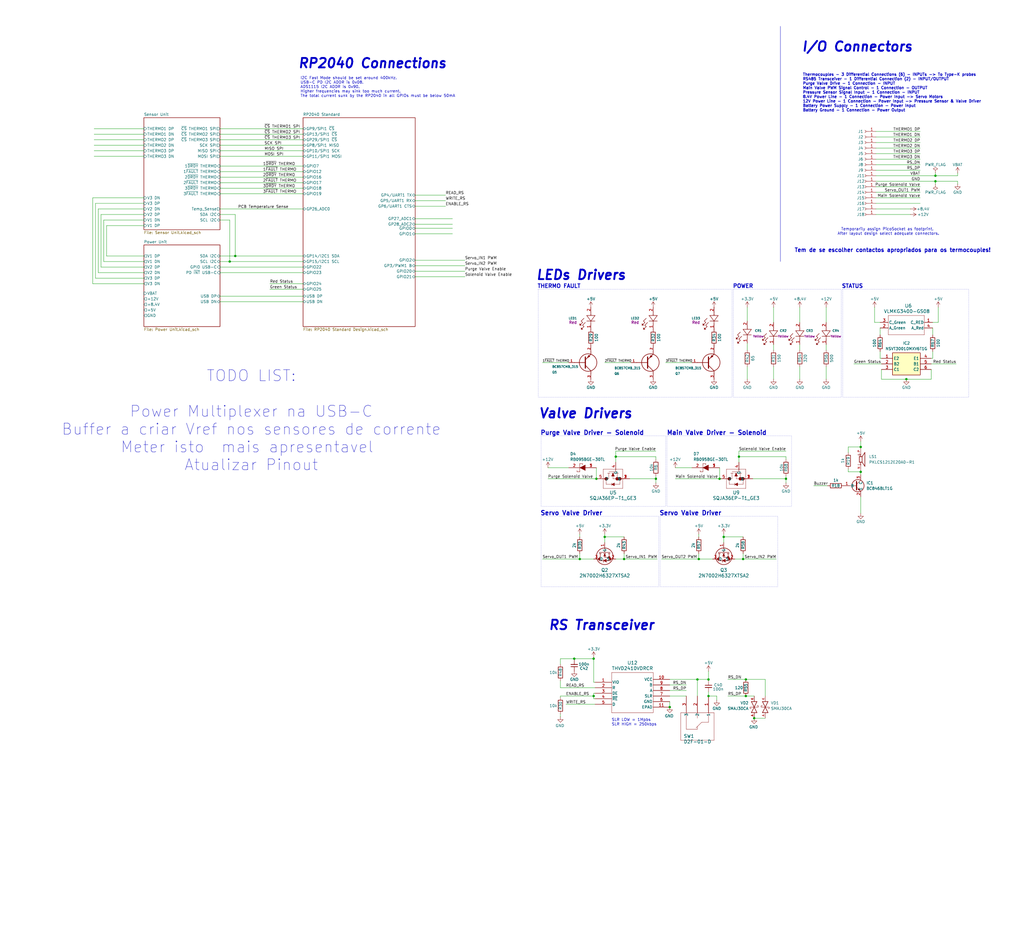
<source format=kicad_sch>
(kicad_sch (version 20250114) (generator "eeschema") (generator_version "9.0")
  (paper "User" 469.9 431.8)
  (title_block (title "Temperature & Valve Control System") (date "2025-02-20") (company "Porto Space Team") (comment 1 "Miguel Amorim") (comment 2 "Miguel Leite") (comment 3 "Rafael Novais") (comment 4 "Teresa Monteiro"))
  (rectangle (start 386.715 132.715) (end 444.5 182.245) (stroke (width 0) (type dot)))
  (rectangle (start 306.07 200.025) (end 363.22 232.41) (stroke (width 0) (type dot)))
  (rectangle (start 302.895 236.855) (end 356.87 269.24) (stroke (width 0) (type dot)))
  (rectangle (start 336.55 132.715) (end 386.08 182.245) (stroke (width 0) (type dot)))
  (rectangle (start 248.285 200.025) (end 305.435 232.41) (stroke (width 0) (type dot)))
  (rectangle (start 247.015 132.715) (end 335.915 182.245) (stroke (width 0) (type dot)))
  (rectangle (start 248.285 236.855) (end 302.26 269.24) (stroke (width 0) (type dot)))
  (text "RS Transceiver" (at 251.46 287.02 0) (effects (font (size 4.318 4.318) (thickness 0.8636) (bold yes) (italic yes)) (justify left)))
  (text "Servo Valve Driver" (at 262.255 235.585 0) (effects (font (size 2.032 2.032) (thickness 0.4064) (bold yes))))
  (text "RP2040 Connections" (at 136.525 29.21 0) (effects (font (size 4.318 4.318) (thickness 0.8636) (bold yes) (italic yes)) (justify left)))
  (text "POWER" (at 340.995 131.445 0) (effects (font (size 1.778 1.778) (thickness 0.3556) (bold yes))))
  (text "I2C Fast Mode should be set around 400kHz.\nUSB-C PD I2C ADDR is 0x08.\nADS1115 I2C ADDR is 0x90.\nHigher frequencies may sink too much current.\nThe total current sunk by the RP2040 in all GPIOs must be below 50mA" (at 137.795 40.005 0) (effects (font (size 1.27 1.27)) (justify left)))
  (text "Tem de se escolher contactos apropriados para os termocouples!" (at 364.49 114.935 0) (effects (font (size 1.778 1.778) (thickness 0.3556) (bold yes)) (justify left)))
  (text "Valve Drivers" (at 247.015 189.865 0) (effects (font (size 4.318 4.318) (thickness 0.8636) (bold yes) (italic yes)) (justify left)))
  (text "Temporarily assign PicoSocket as footprint. \nAfter layout design select adequate connectors.\n " (at 407.67 107.315 0) (effects (font (size 1.27 1.27))))
  (text "LEDs Drivers" (at 245.745 126.365 0) (effects (font (size 4.318 4.318) (thickness 0.8636) (bold yes) (italic yes)) (justify left)))
  (text "SLR LOW = 1Mpbs\nSLR HIGH = 250kbps\n" (at 280.67 331.47 0) (effects (font (size 1.27 1.27)) (justify left)))
  (text "THERMO FAULT" (at 256.54 131.445 0) (effects (font (size 1.778 1.778) (thickness 0.3556) (bold yes))))
  (text "TODO LIST:\n\nPower Multiplexer na USB-C\nBuffer a criar Vref nos sensores de corrente\nMeter isto  mais apresentavel \nAtualizar Pinout" (at 115.316 193.04 0) (effects (font (size 5.08 5.08))))
  (text "Purge Valve Driver - Solenoid" (at 271.78 198.755 0) (effects (font (size 2.032 2.032) (thickness 0.4064) (bold yes))))
  (text "STATUS" (at 391.16 131.445 0) (effects (font (size 1.778 1.778) (thickness 0.3556) (bold yes))))
  (text "Main Valve Driver - Solenoid" (at 328.93 198.755 0) (effects (font (size 2.032 2.032) (thickness 0.4064) (bold yes))))
  (text "Servo Valve Driver" (at 316.865 235.585 0) (effects (font (size 2.032 2.032) (thickness 0.4064) (bold yes))))
  (text "Thermocouples - 3 Differential Connections (6) - INPUTs -> To Type-K probes\nRS485 Transceiver - 1 Differential Connection (2) - INPUT/OUTPUT \nPurge Valve Drive - 1 Connection - INPUT\nMain Valve PWM Signal Control - 1 Connection - OUTPUT\nPressure Sensor Signal Input - 1 Connection - INPUT\n8.4V Power Line - 1 Connection - Power Input -> Servo Motors\n12V Power Line - 1 Connection - Power Input -> Pressure Sensor & Valve Driver\nBattery Power Supply - 1 Connection - Power Input\nBattery Ground - 1 Connection - Power Output" (at 368.3 42.545 0) (effects (font (size 1.27 1.27) (thickness 0.254) (bold yes)) (justify left)))
  (text "I/O Connectors" (at 367.665 21.59 0) (effects (font (size 4.318 4.318) (thickness 0.8636) (bold yes) (italic yes)) (justify left)))
  (junction (at 272.415 319.405))
  (junction (at 300.99 219.71))
  (junction (at 273.685 219.71))
  (junction (at 394.97 205.105))
  (junction (at 429.26 83.185))
  (junction (at 105.41 120.015))
  (junction (at 325.12 319.405))
  (junction (at 360.68 219.71))
  (junction (at 320.675 256.54))
  (junction (at 277.495 246.38))
  (junction (at 325.12 311.785))
  (junction (at 263.525 302.26))
  (junction (at 320.04 311.785))
  (junction (at 429.26 80.645))
  (junction (at 394.97 216.535))
  (junction (at 339.09 209.55))
  (junction (at 415.925 173.99))
  (junction (at 332.105 246.38))
  (junction (at 330.2 219.71))
  (junction (at 286.385 256.54))
  (junction (at 282.575 209.55))
  (junction (at 346.075 329.565))
  (junction (at 272.415 302.26))
  (junction (at 342.265 319.405))
  (junction (at 307.34 324.485))
  (junction (at 342.265 311.785))
  (junction (at 266.065 256.54))
  (junction (at 340.995 256.54))
  (junction (at 107.95 117.475))
  (wire (pts (xy 401.955 90.805) (xy 422.275 90.805)))
  (wire (pts (xy 346.075 329.565) (xy 351.155 329.565)))
  (wire (pts (xy 100.965 122.555) (xy 139.065 122.555)))
  (wire (pts (xy 401.32 147.955) (xy 403.86 147.955)))
  (wire (pts (xy 272.415 313.055) (xy 273.05 313.055)))
  (wire (pts (xy 389.255 215.265) (xy 389.255 216.535)))
  (wire (pts (xy 277.495 246.38) (xy 277.495 248.92)))
  (wire (pts (xy 391.795 167.005) (xy 404.495 167.005)))
  (wire (pts (xy 360.68 207.01) (xy 339.09 207.01)))
  (wire (pts (xy 277.495 246.38) (xy 286.385 246.38)))
  (wire (pts (xy 100.965 100.965) (xy 105.41 100.965)))
  (wire (pts (xy 389.255 207.645) (xy 389.255 205.105)))
  (wire (pts (xy 100.965 69.215) (xy 139.065 69.215)))
  (wire (pts (xy 207.645 104.775) (xy 190.5 104.775)))
  (wire (pts (xy 263.525 302.26) (xy 263.525 302.895)))
  (wire (pts (xy 107.95 117.475) (xy 139.065 117.475)))
  (wire (pts (xy 307.34 311.785) (xy 320.04 311.785)))
  (wire (pts (xy 43.815 93.345) (xy 66.04 93.345)))
  (wire (pts (xy 403.86 150.495) (xy 403.86 153.67)))
  (wire (pts (xy 100.965 61.595) (xy 139.065 61.595)))
  (wire (pts (xy 300.99 218.44) (xy 300.99 219.71)))
  (wire (pts (xy 401.955 93.345) (xy 422.275 93.345)))
  (wire (pts (xy 401.955 88.265) (xy 422.275 88.265)))
  (wire (pts (xy 427.355 167.005) (xy 438.785 167.005)))
  (wire (pts (xy 66.04 103.505) (xy 48.895 103.505)))
  (wire (pts (xy 282.575 209.55) (xy 282.575 212.09)))
  (wire (pts (xy 430.53 140.97) (xy 430.53 147.955)))
  (wire (pts (xy 263.525 302.26) (xy 272.415 302.26)))
  (wire (pts (xy 100.965 64.135) (xy 139.065 64.135)))
  (wire (pts (xy 303.53 256.54) (xy 320.675 256.54)))
  (wire (pts (xy 46.355 98.425) (xy 66.04 98.425)))
  (wire (pts (xy 66.04 122.555) (xy 46.355 122.555)))
  (wire (pts (xy 403.86 164.465) (xy 404.495 164.465)))
  (wire (pts (xy 47.625 120.015) (xy 47.625 100.965)))
  (wire (pts (xy 334.01 319.405) (xy 342.265 319.405)))
  (wire (pts (xy 320.675 256.54) (xy 327.025 256.54)))
  (wire (pts (xy 360.68 219.71) (xy 360.68 221.615)))
  (wire (pts (xy 342.9 157.48) (xy 342.9 160.655)))
  (wire (pts (xy 100.965 135.89) (xy 139.065 135.89)))
  (wire (pts (xy 286.385 254) (xy 286.385 256.54)))
  (wire (pts (xy 282.575 209.55) (xy 300.99 209.55)))
  (wire (pts (xy 404.495 173.99) (xy 415.925 173.99)))
  (wire (pts (xy 286.385 256.54) (xy 301.625 256.54)))
  (wire (pts (xy 100.965 117.475) (xy 107.95 117.475)))
  (wire (pts (xy 100.965 98.425) (xy 107.95 98.425)))
  (wire (pts (xy 307.34 316.865) (xy 314.96 316.865)))
  (wire (pts (xy 66.04 90.805) (xy 42.545 90.805)))
  (wire (pts (xy 389.255 216.535) (xy 394.97 216.535)))
  (wire (pts (xy 345.44 219.71) (xy 360.68 219.71)))
  (wire (pts (xy 272.415 318.135) (xy 273.05 318.135)))
  (wire (pts (xy 266.065 254) (xy 266.065 256.54)))
  (wire (pts (xy 43.18 59.055) (xy 66.04 59.055)))
  (wire (pts (xy 337.185 256.54) (xy 340.995 256.54)))
  (wire (pts (xy 300.99 209.55) (xy 300.99 210.82)))
  (wire (pts (xy 394.97 215.9) (xy 394.97 216.535)))
  (wire (pts (xy 190.5 119.38) (xy 213.36 119.38)))
  (wire (pts (xy 401.955 98.425) (xy 417.83 98.425)))
  (wire (pts (xy 257.175 320.04) (xy 257.175 319.405)))
  (wire (pts (xy 100.965 83.82) (xy 139.065 83.82)))
  (wire (pts (xy 354.965 158.115) (xy 354.965 160.655)))
  (wire (pts (xy 272.415 302.26) (xy 272.415 313.055)))
  (wire (pts (xy 394.97 205.105) (xy 394.97 205.74)))
  (wire (pts (xy 427.99 150.495) (xy 427.99 153.67)))
  (wire (pts (xy 427.99 161.29) (xy 427.99 164.465)))
  (wire (pts (xy 422.275 60.325) (xy 401.955 60.325)))
  (wire (pts (xy 342.9 168.275) (xy 342.9 173.99)))
  (wire (pts (xy 309.88 219.71) (xy 330.2 219.71)))
  (wire (pts (xy 288.925 219.71) (xy 300.99 219.71)))
  (wire (pts (xy 354.965 140.97) (xy 354.965 147.955)))
  (wire (pts (xy 277.495 166.37) (xy 289.56 166.37)))
  (wire (pts (xy 46.355 122.555) (xy 46.355 98.425)))
  (wire (pts (xy 328.93 319.405) (xy 328.93 321.31)))
  (wire (pts (xy 43.18 64.135) (xy 66.04 64.135)))
  (wire (pts (xy 259.715 323.215) (xy 273.05 323.215)))
  (wire (pts (xy 213.36 121.92) (xy 190.5 121.92)))
  (wire (pts (xy 325.12 307.975) (xy 325.12 311.785)))
  (wire (pts (xy 282.575 256.54) (xy 286.385 256.54)))
  (wire (pts (xy 427.355 164.465) (xy 427.99 164.465)))
  (wire (pts (xy 277.495 245.11) (xy 277.495 246.38)))
  (wire (pts (xy 401.955 75.565) (xy 422.275 75.565)))
  (wire (pts (xy 100.965 95.885) (xy 139.065 95.885)))
  (wire (pts (xy 257.175 315.595) (xy 273.05 315.595)))
  (wire (pts (xy 100.965 78.74) (xy 139.065 78.74)))
  (wire (pts (xy 305.435 166.37) (xy 317.5 166.37)))
  (wire (pts (xy 100.965 66.675) (xy 139.065 66.675)))
  (wire (pts (xy 415.925 173.99) (xy 427.355 173.99)))
  (wire (pts (xy 45.085 125.095) (xy 45.085 95.885)))
  (wire (pts (xy 422.275 67.945) (xy 401.955 67.945)))
  (wire (pts (xy 439.42 79.375) (xy 439.42 80.645)))
  (wire (pts (xy 100.965 88.9) (xy 139.065 88.9)))
  (wire (pts (xy 43.18 61.595) (xy 66.04 61.595)))
  (wire (pts (xy 339.09 207.01) (xy 339.09 209.55)))
  (wire (pts (xy 320.675 245.11) (xy 320.675 246.38)))
  (wire (pts (xy 429.26 83.185) (xy 429.26 84.455)))
  (wire (pts (xy 139.065 132.715) (xy 123.825 132.715)))
  (wire (pts (xy 330.2 219.71) (xy 330.2 214.63)))
  (wire (pts (xy 354.965 168.275) (xy 354.965 173.99)))
  (wire (pts (xy 394.97 216.535) (xy 394.97 217.805)))
  (wire (pts (xy 379.095 173.99) (xy 379.095 168.275)))
  (wire (pts (xy 251.46 214.63) (xy 260.985 214.63)))
  (wire (pts (xy 427.355 173.99) (xy 427.355 169.545)))
  (wire (pts (xy 320.04 311.785) (xy 325.12 311.785)))
  (wire (pts (xy 320.04 311.785) (xy 320.04 319.405)))
  (wire (pts (xy 190.5 92.075) (xy 204.47 92.075)))
  (wire (pts (xy 325.12 319.405) (xy 328.93 319.405)))
  (wire (pts (xy 257.175 302.26) (xy 257.175 304.8)))
  (wire (pts (xy 394.97 227.965) (xy 394.97 235.585)))
  (wire (pts (xy 342.9 140.97) (xy 342.9 147.32)))
  (wire (pts (xy 190.5 100.33) (xy 207.645 100.33)))
  (wire (pts (xy 334.01 311.785) (xy 342.265 311.785)))
  (wire (pts (xy 307.34 319.405) (xy 314.96 319.405)))
  (wire (pts (xy 360.68 209.55) (xy 360.68 210.82)))
  (wire (pts (xy 107.95 98.425) (xy 107.95 117.475)))
  (wire (pts (xy 272.415 301.625) (xy 272.415 302.26)))
  (wire (pts (xy 403.86 161.29) (xy 403.86 164.465)))
  (wire (pts (xy 272.415 318.135) (xy 272.415 319.405)))
  (wire (pts (xy 367.03 158.115) (xy 367.03 160.655)))
  (wire (pts (xy 332.105 245.11) (xy 332.105 246.38)))
  (wire (pts (xy 401.955 85.725) (xy 422.275 85.725)))
  (wire (pts (xy 379.095 158.115) (xy 379.095 160.655)))
  (wire (pts (xy 213.36 124.46) (xy 190.5 124.46)))
  (wire (pts (xy 100.965 81.28) (xy 139.065 81.28)))
  (wire (pts (xy 272.415 319.405) (xy 272.415 320.675)))
  (wire (pts (xy 100.965 138.43) (xy 139.065 138.43)))
  (wire (pts (xy 401.955 78.105) (xy 422.275 78.105)))
  (wire (pts (xy 100.965 71.755) (xy 139.065 71.755)))
  (wire (pts (xy 105.41 120.015) (xy 139.065 120.015)))
  (wire (pts (xy 282.575 207.01) (xy 282.575 209.55)))
  (wire (pts (xy 105.41 100.965) (xy 105.41 120.015)))
  (wire (pts (xy 43.18 69.215) (xy 66.04 69.215)))
  (wire (pts (xy 251.46 219.71) (xy 273.685 219.71)))
  (wire (pts (xy 213.36 127) (xy 190.5 127)))
  (wire (pts (xy 139.065 130.175) (xy 123.825 130.175)))
  (wire (pts (xy 100.965 59.055) (xy 139.065 59.055)))
  (wire (pts (xy 257.175 327.66) (xy 257.175 328.93)))
  (wire (pts (xy 340.995 256.54) (xy 356.235 256.54)))
  (wire (pts (xy 309.88 214.63) (xy 317.5 214.63)))
  (wire (pts (xy 367.03 168.275) (xy 367.03 173.99)))
  (wire (pts (xy 257.175 319.405) (xy 272.415 319.405)))
  (wire (pts (xy 339.09 209.55) (xy 339.09 212.09)))
  (wire (pts (xy 66.04 125.095) (xy 45.085 125.095)))
  (wire (pts (xy 342.265 319.405) (xy 346.075 319.405)))
  (wire (pts (xy 379.095 140.97) (xy 379.095 147.955)))
  (wire (pts (xy 43.18 71.755) (xy 66.04 71.755)))
  (wire (pts (xy 43.18 66.675) (xy 66.04 66.675)))
  (wire (pts (xy 300.99 207.01) (xy 282.575 207.01)))
  (wire (pts (xy 367.03 140.97) (xy 367.03 147.955)))
  (wire (pts (xy 325.12 311.785) (xy 325.12 312.42)))
  (wire (pts (xy 422.275 62.865) (xy 401.955 62.865)))
  (wire (pts (xy 100.965 125.095) (xy 139.065 125.095)))
  (wire (pts (xy 401.955 80.645) (xy 429.26 80.645)))
  (wire (pts (xy 360.68 218.44) (xy 360.68 219.71)))
  (wire (pts (xy 429.26 80.645) (xy 439.42 80.645)))
  (wire (pts (xy 190.5 102.87) (xy 207.645 102.87)))
  (wire (pts (xy 190.5 107.315) (xy 207.645 107.315)))
  (wire (pts (xy 100.965 120.015) (xy 105.41 120.015)))
  (wire (pts (xy 48.895 117.475) (xy 66.04 117.475)))
  (wire (pts (xy 422.275 65.405) (xy 401.955 65.405)))
  (wire (pts (xy 100.965 86.36) (xy 139.065 86.36)))
  (wire (pts (xy 300.99 219.71) (xy 300.99 221.615)))
  (wire (pts (xy 401.32 140.97) (xy 401.32 147.955)))
  (wire (pts (xy 266.065 245.11) (xy 266.065 246.38)))
  (wire (pts (xy 45.085 95.885) (xy 66.04 95.885)))
  (wire (pts (xy 307.34 321.945) (xy 307.34 324.485)))
  (wire (pts (xy 257.175 312.42) (xy 257.175 315.595)))
  (wire (pts (xy 429.26 83.185) (xy 439.42 83.185)))
  (wire (pts (xy 340.995 254) (xy 340.995 256.54)))
  (wire (pts (xy 373.38 222.885) (xy 379.73 222.885)))
  (wire (pts (xy 47.625 100.965) (xy 66.04 100.965)))
  (wire (pts (xy 190.5 89.535) (xy 204.47 89.535)))
  (wire (pts (xy 248.92 256.54) (xy 266.065 256.54)))
  (polyline (pts (xy 358.14 12.065) (xy 358.14 120.015)))
  (wire (pts (xy 394.97 202.565) (xy 394.97 205.105)))
  (wire (pts (xy 42.545 130.175) (xy 66.04 130.175)))
  (wire (pts (xy 273.685 219.71) (xy 273.685 214.63)))
  (wire (pts (xy 248.92 166.37) (xy 260.985 166.37)))
  (wire (pts (xy 272.415 320.675) (xy 273.05 320.675)))
  (wire (pts (xy 325.12 317.5) (xy 325.12 319.405)))
  (wire (pts (xy 422.275 73.025) (xy 401.955 73.025)))
  (wire (pts (xy 48.895 103.505) (xy 48.895 117.475)))
  (wire (pts (xy 66.04 120.015) (xy 47.625 120.015)))
  (wire (pts (xy 401.955 83.185) (xy 429.26 83.185)))
  (wire (pts (xy 332.105 246.38) (xy 332.105 248.92)))
  (wire (pts (xy 204.47 94.615) (xy 190.5 94.615)))
  (wire (pts (xy 307.34 314.325) (xy 314.96 314.325)))
  (wire (pts (xy 351.155 311.785) (xy 351.155 319.405)))
  (wire (pts (xy 266.065 256.54) (xy 272.415 256.54)))
  (wire (pts (xy 42.545 90.805) (xy 42.545 130.175)))
  (wire (pts (xy 43.815 127.635) (xy 43.815 93.345)))
  (wire (pts (xy 389.255 205.105) (xy 394.97 205.105)))
  (wire (pts (xy 401.955 70.485) (xy 422.275 70.485)))
  (wire (pts (xy 439.42 83.185) (xy 439.42 84.455)))
  (wire (pts (xy 401.955 95.885) (xy 417.83 95.885)))
  (wire (pts (xy 342.265 311.785) (xy 351.155 311.785)))
  (wire (pts (xy 429.26 79.375) (xy 429.26 80.645)))
  (wire (pts (xy 427.99 147.955) (xy 430.53 147.955)))
  (wire (pts (xy 257.175 302.26) (xy 263.525 302.26)))
  (wire (pts (xy 404.495 169.545) (xy 404.495 173.99)))
  (wire (pts (xy 339.09 209.55) (xy 360.68 209.55)))
  (wire (pts (xy 100.965 76.2) (xy 139.065 76.2)))
  (wire (pts (xy 320.675 254) (xy 320.675 256.54)))
  (wire (pts (xy 332.105 246.38) (xy 340.995 246.38)))
  (wire (pts (xy 66.04 127.635) (xy 43.815 127.635)))
  (label "Red Status" (at 123.825 130.175 0))
  (label "3~{DRDY} THERMO" (at 120.65 86.36 0))
  (label "ENABLE_RS" (at 259.715 319.405 0))
  (label "RS_DN" (at 334.01 311.785 0))
  (label "Servo_IN1 PWM" (at 301.625 256.54 180))
  (label "Servo_OUT1 PWM" (at 422.275 88.265 180))
  (label "Main Solenoid Valve" (at 309.88 219.71 0))
  (label "Servo_OUT1 PWM" (at 248.92 256.54 0))
  (label "WRITE_RS" (at 259.715 323.215 0))
  (label "THERMO1 DP" (at 422.275 60.325 180))
  (label "~{CS} THERMO2 SPI" (at 121.285 61.595 0))
  (label "PCB Temperature Sense" (at 109.22 95.885 0))
  (label "Purge Solenoid Valve" (at 422.275 85.725 180))
  (label "Solenoid Valve Enable" (at 213.36 127 0))
  (label "MOSI SPI" (at 121.285 71.755 0))
  (label "~{CS} THERMO3 SPI" (at 121.285 64.135 0))
  (label "RS_DN" (at 314.96 314.325 180))
  (label "RS_DP" (at 314.96 316.865 180))
  (label "READ_RS" (at 259.715 315.595 0))
  (label "Main Solenoid Valve" (at 422.275 90.805 180))
  (label "RS_DN" (at 422.275 75.565 180))
  (label "Solenoid Valve Enable" (at 360.68 207.01 180))
  (label "RS_DP" (at 334.01 319.405 0))
  (label "3~{FAULT} THERMO" (at 120.65 88.9 0))
  (label "THERMO2 DP" (at 422.275 65.405 180))
  (label "MISO SPI" (at 121.285 69.215 0))
  (label "Purge Solenoid Valve" (at 251.46 219.71 0))
  (label "SCK SPI" (at 121.285 66.675 0))
  (label "READ_RS" (at 204.47 89.535 0))
  (label "Purge Valve Enable" (at 213.36 124.46 0))
  (label "THERMO3 DN" (at 422.275 73.025 180))
  (label "Purge Valve Enable" (at 300.99 207.01 180))
  (label "ENABLE_RS" (at 204.47 94.615 0))
  (label "Red Status" (at 438.785 167.005 180))
  (label "Servo_IN2 PWM" (at 213.36 121.92 0))
  (label "Servo_IN2 PWM" (at 356.235 256.54 180))
  (label "Green Status" (at 123.825 132.715 0))
  (label "Servo_IN1 PWM" (at 213.36 119.38 0))
  (label "2~{DRDY} THERMO" (at 120.65 81.28 0))
  (label "1~{DRDY} THERMO" (at 120.65 76.2 0))
  (label "Servo_OUT2 PWM" (at 303.53 256.54 0))
  (label "GND" (at 422.275 83.185 180))
  (label "THERMO3 DP" (at 422.275 70.485 180))
  (label "Green Status" (at 391.795 167.005 0))
  (label "~{CS} THERMO1 SPI" (at 121.285 59.055 0))
  (label "VBAT" (at 422.275 80.645 180))
  (label "WRITE_RS" (at 204.47 92.075 0))
  (label "1~{FAULT} THERMO" (at 248.92 166.37 0) (effects (font (size 1.016 1.016))))
  (label "2~{FAULT} THERMO" (at 277.495 166.37 0) (effects (font (size 1.016 1.016))))
  (label "RS_DP" (at 422.275 78.105 180))
  (label "2~{FAULT} THERMO" (at 120.65 83.82 0))
  (label "Buzzer" (at 373.38 222.885 0))
  (label "THERMO1 DN" (at 422.275 62.865 180))
  (label "3~{FAULT} THERMO" (at 305.435 166.37 0) (effects (font (size 1.016 1.016))))
  (label "1~{FAULT} THERMO" (at 120.65 78.74 0))
  (label "THERMO2 DN" (at 422.275 67.945 180))
  (symbol (lib_id "VLMS1500-GS08:VLMS1500-GS08") (at 271.145 140.97 90) (mirror x) (unit 1)
    (property "Reference" "LED1" (at 264.795 146.0499 90) (effects (font (size 1.016 1.016)) (justify left)))
    (property "Value" "VLMS1500-GS08" (effects (hide yes)))
    (property "Footprint" "LED-Red_VLMS1500-GS08:LED_00-GS08_VIS_RED" (effects (hide yes)))
    (property "Datasheet" "VLMS1500-GS08" (effects (hide yes)))
    (property "Description" "Red" (at 262.89 147.955 90))
  )
  (symbol (lib_id "power:GND") (at 299.72 173.99 0) (unit 1)
    (property "Reference" "#PWR0112" (effects (hide yes)))
    (property "Value" "GND" (at 299.72 177.8 0))
    (property "Description" "Power symbol creates a global label with name \"GND\" , ground" (effects (hide yes)))
  )
  (symbol (lib_id "power:GND") (at 354.965 173.99 0) (unit 1)
    (property "Reference" "#PWR080" (effects (hide yes)))
    (property "Value" "GND" (at 354.965 177.8 0))
    (property "Description" "Power symbol creates a global label with name \"GND\" , ground" (effects (hide yes)))
  )
  (symbol (lib_id "Device:R") (at 342.265 315.595 0) (unit 1)
    (property "Reference" "R55" (at 342.265 317.5 90) (effects (justify left)))
    (property "Value" "120" (at 337.185 315.595 0) (effects (justify left)))
    (property "Footprint" "Resistor-0603:RES_0603" (effects (hide yes)))
    (property "Description" "Resistor" (effects (hide yes)))
  )
  (symbol (lib_id "PKLCS1212E20A0-R1:PKLCS1212E20A0-R1") (at 394.97 210.82 0) (unit 1)
    (property "Reference" "LS1" (at 398.78 209.5499 0) (effects (justify left)))
    (property "Value" "PKLCS1212E20A0-R1" (at 398.78 212.0899 0) (effects (justify left)))
    (property "Footprint" "PKLCS1212E20A0-R1:PKLCS1212E20A0-R1" (effects (hide yes)))
    (property "MF" "Murata" (effects (hide yes)))
    (property "MAXIMUM_PACKAGE_HEIGHT" "3.0 mm" (effects (hide yes)))
    (property "Package" "SMD-2 Murata" (effects (hide yes)))
    (property "Price" "None" (effects (hide yes)))
    (property "Check_prices" "https://www.snapeda.com/parts/PKLCS1212E20A0-R1/Murata/view-part/?ref=eda" (effects (hide yes)))
    (property "STANDARD" "Manufacturer Recommendations" (effects (hide yes)))
    (property "PARTREV" "January 22, 2018" (effects (hide yes)))
    (property "SnapEDA_Link" "https://www.snapeda.com/parts/PKLCS1212E20A0-R1/Murata/view-part/?ref=snap" (effects (hide yes)))
    (property "MP" "PKLCS1212E20A0-R1" (effects (hide yes)))
    (property "Description_1" "Buzzers Transducer, Externally Driven Piezo 1.5 V - 2kHz 70dB @ 1.5V, 10cm Surface Mount Solder Pads" (effects (hide yes)))
    (property "Availability" "In Stock" (effects (hide yes)))
    (property "MANUFACTURER" "Murata Electronics" (effects (hide yes)))
  )
  (symbol (lib_id "power:+5V") (at 325.12 307.975 0) (unit 1)
    (property "Reference" "#PWR032" (effects (hide yes)))
    (property "Value" "+5V" (at 325.12 304.165 0))
    (property "Description" "Power symbol creates a global label with name \"+5V\"" (effects (hide yes)))
  )
  (symbol (lib_id "power:PWR_FLAG") (at 429.26 84.455 180) (unit 1)
    (property "Reference" "#FLG03" (effects (hide yes)))
    (property "Value" "PWR_FLAG" (at 429.26 88.265 0))
    (property "Description" "Special symbol for telling ERC where power comes from" (effects (hide yes)))
  )
  (symbol (lib_id "power:GND") (at 346.075 329.565 0) (unit 1)
    (property "Reference" "#PWR038" (effects (hide yes)))
    (property "Value" "GND" (at 345.821 333.629 0))
    (property "Description" "Power symbol creates a global label with name \"GND\" , ground" (effects (hide yes)))
  )
  (symbol (lib_id "power:GND") (at 307.34 324.485 0) (unit 1)
    (property "Reference" "#PWR031" (effects (hide yes)))
    (property "Value" "GND" (at 307.086 328.549 0))
    (property "Description" "Power symbol creates a global label with name \"GND\" , ground" (effects (hide yes)))
  )
  (symbol (lib_id "power:+3.3V") (at 277.495 245.11 0) (unit 1)
    (property "Reference" "#PWR090" (effects (hide yes)))
    (property "Value" "+3.3V" (at 277.495 241.3 0))
    (property "Description" "Power symbol creates a global label with name \"+3.3V\"" (effects (hide yes)))
  )
  (symbol (lib_id "power:PWR_FLAG") (at 429.26 79.375 0) (unit 1)
    (property "Reference" "#FLG01" (effects (hide yes)))
    (property "Value" "PWR_FLAG" (at 429.26 75.565 0))
    (property "Description" "Special symbol for telling ERC where power comes from" (effects (hide yes)))
  )
  (symbol (lib_id "power:+3.3V") (at 342.9 140.97 0) (unit 1)
    (property "Reference" "#PWR0103" (effects (hide yes)))
    (property "Value" "+3.3V" (at 342.9 137.16 0))
    (property "Description" "Power symbol creates a global label with name \"+3.3V\"" (effects (hide yes)))
  )
  (symbol (lib_id "Device:R") (at 299.72 154.94 180) (unit 1)
    (property "Reference" "R32" (at 299.72 156.845 90) (effects (justify right)))
    (property "Value" "100" (at 302.26 156.845 90) (effects (justify right)))
    (property "Footprint" "Resistor-0402:RES_0402" (effects (hide yes)))
    (property "Description" "Resistor" (effects (hide yes)))
  )
  (symbol (lib_id "Connector:Conn_01x01_Socket") (at 396.875 98.425 180) (unit 1)
    (property "Reference" "J18" (at 394.97 98.425 0))
    (property "Value" "Conn_01x01_Socket" (effects (hide yes)))
    (property "Footprint" "Pico_Conn1x1:Pico_01pin" (effects (hide yes)))
    (property "Description" "Generic connector, single row, 01x01, script generated" (effects (hide yes)))
  )
  (symbol (lib_id "Device:R") (at 266.065 250.19 0) (unit 1)
    (property "Reference" "R35" (at 266.065 252.095 90) (effects (justify left)))
    (property "Value" "2k" (at 263.525 251.46 90) (effects (justify left)))
    (property "Footprint" "Resistor-0402:RES_0402" (effects (hide yes)))
    (property "Description" "Resistor" (effects (hide yes)))
  )
  (symbol (lib_id "Device:R") (at 403.86 157.48 0) (unit 1)
    (property "Reference" "R64" (at 403.86 155.575 90) (effects (justify right)))
    (property "Value" "100" (at 401.32 155.575 90) (effects (justify right)))
    (property "Footprint" "Resistor-0402:RES_0402" (effects (hide yes)))
    (property "Description" "Resistor" (effects (hide yes)))
  )
  (symbol (lib_id "Device:R") (at 383.54 222.885 270) (unit 1)
    (property "Reference" "R18" (at 385.445 222.885 90) (effects (justify right)))
    (property "Value" "1k" (at 384.81 220.345 90) (effects (justify right)))
    (property "Footprint" "Resistor-0402:RES_0402" (effects (hide yes)))
    (property "Description" "Resistor" (effects (hide yes)))
  )
  (symbol (lib_id "Connector:Conn_01x01_Socket") (at 396.875 70.485 180) (unit 1)
    (property "Reference" "J5" (at 394.97 70.485 0))
    (property "Value" "Conn_01x01_Socket" (effects (hide yes)))
    (property "Footprint" "Pico_Conn1x1:Pico_01pin" (effects (hide yes)))
    (property "Description" "Generic connector, single row, 01x01, script generated" (effects (hide yes)))
  )
  (symbol (lib_id "power:GND") (at 415.925 173.99 0) (unit 1)
    (property "Reference" "#PWR0129" (effects (hide yes)))
    (property "Value" "GND" (at 415.925 177.8 0))
    (property "Description" "Power symbol creates a global label with name \"GND\" , ground" (effects (hide yes)))
  )
  (symbol (lib_id "power:+5V") (at 271.145 140.97 0) (unit 1)
    (property "Reference" "#PWR039" (effects (hide yes)))
    (property "Value" "+5V" (at 271.145 137.16 0))
    (property "Description" "Power symbol creates a global label with name \"+5V\"" (effects (hide yes)))
  )
  (symbol (lib_id "BC857CMB_315:BC857CMB_315") (at 299.72 166.37 0) (mirror x) (unit 1)
    (property "Reference" "Q6" (at 281.94 171.45 0) (effects (font (size 1.016 1.016)) (justify left)))
    (property "Value" "BC857CMB_315" (at 281.94 168.91 0) (effects (font (size 1.016 1.016)) (justify left)))
    (property "Footprint" "PNP_BC857CMB_315:TRANS_PMZB550UNEYL" (effects (hide yes)))
  )
  (symbol (lib_id "Device:R") (at 379.095 164.465 180) (unit 1)
    (property "Reference" "R56" (at 379.095 166.37 90) (effects (justify right)))
    (property "Value" "500" (at 381.635 166.37 90) (effects (justify right)))
    (property "Footprint" "Resistor-0402:RES_0402" (effects (hide yes)))
    (property "Description" "Resistor" (effects (hide yes)))
  )
  (symbol (lib_id "Connector:Conn_01x01_Socket") (at 396.875 88.265 180) (unit 1)
    (property "Reference" "J14" (at 394.97 88.265 0))
    (property "Value" "Conn_01x01_Socket" (effects (hide yes)))
    (property "Footprint" "Pico_Conn1x1:Pico_01pin" (effects (hide yes)))
    (property "Description" "Generic connector, single row, 01x01, script generated" (effects (hide yes)))
  )
  (symbol (lib_id "power:+24V") (at 417.83 95.885 270) (unit 1)
    (property "Reference" "#PWR072" (effects (hide yes)))
    (property "Value" "+8.4V" (at 423.545 95.885 90))
    (property "Description" "Power symbol creates a global label with name \"+24V\"" (effects (hide yes)))
  )
  (symbol (lib_id "Device:R") (at 342.9 164.465 180) (unit 1)
    (property "Reference" "R42" (at 342.9 166.37 90) (effects (justify right)))
    (property "Value" "65" (at 345.44 165.735 90) (effects (justify right)))
    (property "Footprint" "Resistor-0402:RES_0402" (effects (hide yes)))
    (property "Description" "Resistor" (effects (hide yes)))
  )
  (symbol (lib_id "BC846BLT1G:BC846BLT1G") (at 387.35 222.885 0) (unit 1)
    (property "Reference" "IC1" (at 397.51 221.6149 0) (effects (justify left)))
    (property "Value" "BC846BLT1G" (at 397.51 224.1549 0) (effects (justify left)))
    (property "Footprint" "BJT NPN:SOT96P237X111-3N" (effects (hide yes)))
    (property "Datasheet" "https://www.onsemi.com/pub/Collateral/BC846ALT1-D.PDF" (effects (hide yes)))
    (property "Description" "Moisture Sensitivity Level: 1; ESD Rating - Human Body Model: >4000 V ESD Rating - Machine Model: >400 V; Pb-Free Packages are Available; S Prefix for Automotive and Other Applications Requiring Unique Site and Control Change Requirements; AEC-Q101 Qualified and PPAP Capable" (effects (hide yes)))
    (property "Height" "1.11" (effects (hide yes)))
    (property "Mouser Part Number" "863-BC846BLT1G" (effects (hide yes)))
    (property "Mouser Price/Stock" "https://www.mouser.co.uk/ProductDetail/onsemi/BC846BLT1G?qs=vNc2DXHODiJuwwGLruzsRg%3D%3D" (effects (hide yes)))
    (property "Manufacturer_Name" "onsemi" (effects (hide yes)))
    (property "Manufacturer_Part_Number" "BC846BLT1G" (effects (hide yes)))
  )
  (symbol (lib_id "power:VBUS") (at 439.42 79.375 0) (unit 1)
    (property "Reference" "#PWR0125" (effects (hide yes)))
    (property "Value" "VBAT" (at 439.42 75.565 0))
    (property "Description" "Power symbol creates a global label with name \"VBUS\"" (effects (hide yes)))
  )
  (symbol (lib_id "power:+24V") (at 417.83 98.425 270) (unit 1)
    (property "Reference" "#PWR0111" (effects (hide yes)))
    (property "Value" "+12V" (at 423.545 98.425 90))
    (property "Description" "Power symbol creates a global label with name \"+24V\"" (effects (hide yes)))
  )
  (symbol (lib_id "power:+5V") (at 266.065 245.11 0) (unit 1)
    (property "Reference" "#PWR073" (effects (hide yes)))
    (property "Value" "+5V" (at 266.065 241.3 0))
    (property "Description" "Power symbol creates a global label with name \"+5V\"" (effects (hide yes)))
  )
  (symbol (lib_id "power:GND") (at 342.9 173.99 0) (unit 1)
    (property "Reference" "#PWR098" (effects (hide yes)))
    (property "Value" "GND" (at 342.9 177.8 0))
    (property "Description" "Power symbol creates a global label with name \"GND\" , ground" (effects (hide yes)))
  )
  (symbol (lib_id "Device:R") (at 389.255 211.455 0) (unit 1)
    (property "Reference" "R19" (at 389.255 209.55 90) (effects (justify right)))
    (property "Value" "1k" (at 386.715 210.185 90) (effects (justify right)))
    (property "Footprint" "Resistor-0402:RES_0402" (effects (hide yes)))
    (property "Description" "Resistor" (effects (hide yes)))
  )
  (symbol (lib_id "Connector:Conn_01x01_Socket") (at 396.875 93.345 180) (unit 1)
    (property "Reference" "J16" (at 394.97 93.345 0))
    (property "Value" "Conn_01x01_Socket" (effects (hide yes)))
    (property "Footprint" "Pico_Conn1x1:Pico_01pin" (effects (hide yes)))
    (property "Description" "Generic connector, single row, 01x01, script generated" (effects (hide yes)))
  )
  (symbol (lib_id "Connector:Conn_01x01_Socket") (at 396.875 80.645 180) (unit 1)
    (property "Reference" "J11" (at 394.97 80.645 0))
    (property "Value" "Conn_01x01_Socket" (effects (hide yes)))
    (property "Footprint" "Pico_Conn1x1:Pico_01pin" (effects (hide yes)))
    (property "Description" "Generic connector, single row, 01x01, script generated" (effects (hide yes)))
  )
  (symbol (lib_id "power:GND") (at 328.93 321.31 0) (unit 1)
    (property "Reference" "#PWR033" (effects (hide yes)))
    (property "Value" "GND" (at 328.93 325.12 0))
    (property "Description" "Power symbol creates a global label with name \"GND\" , ground" (effects (hide yes)))
  )
  (symbol (lib_id "Device:R") (at 367.03 164.465 180) (unit 1)
    (property "Reference" "R54" (at 367.03 166.37 90) (effects (justify right)))
    (property "Value" "320" (at 369.57 166.37 90) (effects (justify right)))
    (property "Footprint" "Resistor-0402:RES_0402" (effects (hide yes)))
    (property "Description" "Resistor" (effects (hide yes)))
  )
  (symbol (lib_id "THVD2410VDRCR:THVD2410VDRCR") (at 284.48 315.595 0) (unit 1)
    (property "Reference" "U12" (at 290.195 304.165 0) (effects (font (size 1.524 1.524))))
    (property "Value" "THVD2410VDRCR" (at 290.195 306.705 0) (effects (font (size 1.524 1.524))))
    (property "Footprint" "VSON10_DRC_TEX" (effects (hide yes)))
    (property "Datasheet" "THVD2410VDRCR" (effects (hide yes)))
  )
  (symbol (lib_id "VLMY1300-GS08:VLMY1300-GS08") (at 342.9 147.32 90) (mirror x) (unit 1)
    (property "Reference" "CR1" (at 347.98 151.765 90) (effects (font (size 1.016 1.016))))
    (property "Value" "VLMY1300-GS08" (effects (hide yes)))
    (property "Footprint" "LED-Yellow_VLMY1300-GS08:LED_VISHAY_VLMX1300_VIS" (effects (hide yes)))
    (property "Datasheet" "VLMY1300-GS08" (effects (hide yes)))
    (property "Description" "Yellow" (at 347.98 154.305 90) (effects (font (size 1.016 1.016))))
  )
  (symbol (lib_id "power:+12V") (at 379.095 140.97 0) (unit 1)
    (property "Reference" "#PWR0102" (effects (hide yes)))
    (property "Value" "+12V" (at 379.095 137.16 0))
    (property "Description" "Power symbol creates a global label with name \"+12V\"" (effects (hide yes)))
  )
  (symbol (lib_id "Device:R") (at 257.175 308.61 0) (unit 1)
    (property "Reference" "R48" (at 257.175 310.515 90) (effects (justify left)))
    (property "Value" "10k" (at 252.095 308.61 0) (effects (justify left)))
    (property "Footprint" "Resistor-0402:RES_0402" (effects (hide yes)))
    (property "Description" "Resistor" (effects (hide yes)))
  )
  (symbol (lib_id "power:+5V") (at 299.72 140.97 0) (unit 1)
    (property "Reference" "#PWR0101" (effects (hide yes)))
    (property "Value" "+5V" (at 299.72 137.16 0))
    (property "Description" "Power symbol creates a global label with name \"+5V\"" (effects (hide yes)))
  )
  (symbol (lib_id "Device:R") (at 257.175 323.85 0) (unit 1)
    (property "Reference" "R30" (at 257.175 325.755 90) (effects (justify left)))
    (property "Value" "10k" (at 252.095 323.85 0) (effects (justify left)))
    (property "Footprint" "Resistor-0402:RES_0402" (effects (hide yes)))
    (property "Description" "Resistor" (effects (hide yes)))
  )
  (symbol (lib_id "NSVT30010MXV6T1G:NSVT30010MXV6T1G") (at 404.495 164.465 0) (unit 1)
    (property "Reference" "IC2" (at 415.925 157.48 0))
    (property "Value" "NSVT30010MXV6T1G" (at 415.925 160.02 0))
    (property "Footprint" "2 PNP:SOT-563_1P3X1P7_ONS" (effects (hide yes)))
    (property "Datasheet" "https://www.onsemi.com/pub/Collateral/NST30010MXV6-D.PDF" (effects (hide yes)))
    (property "Description" "Current Gain Matching to 10%; Base-Emitter Voltage Matched to 2 mV; Drop-In Replacement for Standard Device; These are Pb-Free Devices; S and NSV Prefix for Automotive and Other Applications Requiring Unique Site and Control Change Requirements; AEC-Q101 Qualified and PPAP Capable" (effects (hide yes)))
    (property "Height" "0.6" (effects (hide yes)))
    (property "Mouser Part Number" "863-NSVT30010MXV6T1G" (effects (hide yes)))
    (property "Mouser Price/Stock" "https://www.mouser.co.uk/ProductDetail/onsemi/NSVT30010MXV6T1G?qs=dchgzKpACvKgapfe7pOinw%3D%3D" (effects (hide yes)))
    (property "Manufacturer_Name" "onsemi" (effects (hide yes)))
    (property "Manufacturer_Part_Number" "NSVT30010MXV6T1G" (effects (hide yes)))
  )
  (symbol (lib_id "Connector:Conn_01x01_Socket") (at 396.875 73.025 180) (unit 1)
    (property "Reference" "J6" (at 394.97 73.025 0))
    (property "Value" "Conn_01x01_Socket" (effects (hide yes)))
    (property "Footprint" "Pico_Conn1x1:Pico_01pin" (effects (hide yes)))
    (property "Description" "Generic connector, single row, 01x01, script generated" (effects (hide yes)))
  )
  (symbol (lib_id "power:+5V") (at 401.32 140.97 0) (unit 1)
    (property "Reference" "#PWR0127" (effects (hide yes)))
    (property "Value" "+5V" (at 401.32 137.16 0))
    (property "Description" "Power symbol creates a global label with name \"+5V\"" (effects (hide yes)))
  )
  (symbol (lib_id "power:GND") (at 379.095 173.99 0) (unit 1)
    (property "Reference" "#PWR0100" (effects (hide yes)))
    (property "Value" "GND" (at 379.095 177.8 0))
    (property "Description" "Power symbol creates a global label with name \"GND\" , ground" (effects (hide yes)))
  )
  (symbol (lib_id "Connector:Conn_01x01_Socket") (at 396.875 65.405 180) (unit 1)
    (property "Reference" "J3" (at 394.97 65.405 0))
    (property "Value" "Conn_01x01_Socket" (effects (hide yes)))
    (property "Footprint" "Pico_Conn1x1:Pico_01pin" (effects (hide yes)))
    (property "Description" "Generic connector, single row, 01x01, script generated" (effects (hide yes)))
  )
  (symbol (lib_id "SQJA36EP-T1-GE3:SQJA36EP-T1_GE3") (at 340.36 215.9 90) (mirror x) (unit 1)
    (property "Reference" "U9" (at 337.82 226.06 90) (effects (font (size 1.524 1.524))))
    (property "Value" "SQJA36EP-T1_GE3" (at 337.82 228.6 90) (effects (font (size 1.524 1.524))))
    (property "Footprint" "SQJA36EP-T1-GE3:PowerPAK_SO-8L_3_VIS" (effects (hide yes)))
    (property "Datasheet" "SQJA36EP-T1_GE3" (effects (hide yes)))
  )
  (symbol (lib_id "power:+12V") (at 309.88 214.63 0) (mirror y) (unit 1)
    (property "Reference" "#PWR0130" (effects (hide yes)))
    (property "Value" "+12V" (at 309.753 210.82 0))
    (property "Description" "Power symbol creates a global label with name \"+12V\"" (effects (hide yes)))
  )
  (symbol (lib_id "power:GND") (at 360.68 221.615 0) (mirror y) (unit 1)
    (property "Reference" "#PWR0131" (effects (hide yes)))
    (property "Value" "GND" (at 360.68 225.425 0))
    (property "Description" "Power symbol creates a global label with name \"GND\" , ground" (effects (hide yes)))
  )
  (symbol (lib_id "power:GND") (at 263.525 307.975 0) (unit 1)
    (property "Reference" "#PWR035" (effects (hide yes)))
    (property "Value" "GND" (at 263.525 311.785 0))
    (property "Description" "Power symbol creates a global label with name \"GND\" , ground" (effects (hide yes)))
  )
  (symbol (lib_id "SMAJ30CA:SMAJ30CA") (at 351.155 325.755 90) (unit 1)
    (property "Reference" "VD1" (at 353.695 322.58 90) (effects (justify right)))
    (property "Value" "SMAJ30CA" (at 353.695 325.12 90) (effects (justify right)))
    (property "MF" "Littelfuse" (effects (hide yes)))
    (property "Description_1" "Diode TVS Bi-Dir 30V 400W DO214AC | Littelfuse SMAJ30CA" (effects (hide yes)))
    (property "Package" "DO-214 Bourns" (effects (hide yes)))
    (property "Price" "None" (effects (hide yes)))
    (property "SnapEDA_Link" "https://www.snapeda.com/parts/SMAJ30CA/Littelfuse/view-part/?ref=snap" (effects (hide yes)))
    (property "MP" "SMAJ30CA" (effects (hide yes)))
    (property "Availability" "In Stock" (effects (hide yes)))
    (property "Check_prices" "https://www.snapeda.com/parts/SMAJ30CA/Littelfuse/view-part/?ref=eda" (effects (hide yes)))
  )
  (symbol (lib_id "power:GND") (at 300.99 221.615 0) (mirror y) (unit 1)
    (property "Reference" "#PWR013" (effects (hide yes)))
    (property "Value" "GND" (at 300.99 225.425 0))
    (property "Description" "Power symbol creates a global label with name \"GND\" , ground" (effects (hide yes)))
  )
  (symbol (lib_id "Device:C_Small") (at 325.12 314.96 0) (unit 1)
    (property "Reference" "C40" (at 329.565 314.325 0))
    (property "Value" "100n" (at 329.565 316.23 0))
    (property "Footprint" "Capacitor-0402:Capacitor_0402" (effects (hide yes)))
    (property "Description" "Unpolarized capacitor, small symbol" (effects (hide yes)))
  )
  (symbol (lib_id "NMOS_2N7002:2N7002H6327XTSA2") (at 332.105 248.92 90) (mirror x) (unit 1)
    (property "Reference" "Q3" (at 332.105 261.62 90) (effects (font (size 1.524 1.524))))
    (property "Value" "2N7002H6327XTSA2" (at 332.105 264.16 90) (effects (font (size 1.524 1.524))))
    (property "Footprint" "NMOS_2N7002:PG-SOT23-3-5_INF_MIN" (effects (hide yes)))
    (property "Datasheet" "2N7002H6327XTSA2" (effects (hide yes)))
  )
  (symbol (lib_id "VLMS1500-GS08:VLMS1500-GS08") (at 299.72 140.97 90) (mirror x) (unit 1)
    (property "Reference" "LED2" (at 293.37 146.0499 90) (effects (font (size 1.016 1.016)) (justify left)))
    (property "Value" "VLMS1500-GS08" (effects (hide yes)))
    (property "Footprint" "LED-Red_VLMS1500-GS08:LED_00-GS08_VIS_RED" (effects (hide yes)))
    (property "Datasheet" "VLMS1500-GS08" (effects (hide yes)))
    (property "Description" "Red" (at 291.465 147.955 90))
  )
  (symbol (lib_id "power:GND") (at 394.97 235.585 0) (unit 1)
    (property "Reference" "#PWR023" (effects (hide yes)))
    (property "Value" "GND" (at 394.97 239.395 0))
    (property "Description" "Power symbol creates a global label with name \"GND\" , ground" (effects (hide yes)))
  )
  (symbol (lib_id "power:+5V") (at 367.03 140.97 0) (unit 1)
    (property "Reference" "#PWR088" (effects (hide yes)))
    (property "Value" "+8.4V" (at 367.03 137.16 0))
    (property "Description" "Power symbol creates a global label with name \"+5V\"" (effects (hide yes)))
  )
  (symbol (lib_id "BC857CMB_315:BC857CMB_315") (at 271.145 166.37 0) (mirror x) (unit 1)
    (property "Reference" "Q5" (at 253.365 170.815 0) (effects (font (size 1.016 1.016)) (justify left)))
    (property "Value" "BC857CMB_315" (at 253.365 168.275 0) (effects (font (size 1.016 1.016)) (justify left)))
    (property "Footprint" "PNP_BC857CMB_315:TRANS_PMZB550UNEYL" (effects (hide yes)))
  )
  (symbol (lib_id "NMOS_2N7002:2N7002H6327XTSA2") (at 277.495 248.92 90) (mirror x) (unit 1)
    (property "Reference" "Q2" (at 277.495 261.62 90) (effects (font (size 1.524 1.524))))
    (property "Value" "2N7002H6327XTSA2" (at 277.495 264.16 90) (effects (font (size 1.524 1.524))))
    (property "Footprint" "NMOS_2N7002:PG-SOT23-3-5_INF_MIN" (effects (hide yes)))
    (property "Datasheet" "2N7002H6327XTSA2" (effects (hide yes)))
  )
  (symbol (lib_id "power:GND") (at 439.42 84.455 0) (unit 1)
    (property "Reference" "#PWR0126" (effects (hide yes)))
    (property "Value" "GND" (at 439.42 88.265 0))
    (property "Description" "Power symbol creates a global label with name \"GND\" , ground" (effects (hide yes)))
  )
  (symbol (lib_id "power:+3.3V") (at 332.105 245.11 0) (unit 1)
    (property "Reference" "#PWR0157" (effects (hide yes)))
    (property "Value" "+3.3V" (at 332.105 241.3 0))
    (property "Description" "Power symbol creates a global label with name \"+3.3V\"" (effects (hide yes)))
  )
  (symbol (lib_id "Switch_D2F-01:D2F-01-D") (at 325.12 319.405 270) (unit 1)
    (property "Reference" "SW1" (at 313.69 337.82 90) (effects (font (size 1.524 1.524)) (justify left)))
    (property "Value" "D2F-01-D" (at 313.69 340.36 90) (effects (font (size 1.524 1.524)) (justify left)))
    (property "Footprint" "D2F-01-D_OMR" (effects (hide yes)))
    (property "Datasheet" "D2F-01-D" (effects (hide yes)))
  )
  (symbol (lib_id "Connector:Conn_01x01_Socket") (at 396.875 90.805 180) (unit 1)
    (property "Reference" "J15" (at 394.97 90.805 0))
    (property "Value" "Conn_01x01_Socket" (effects (hide yes)))
    (property "Footprint" "Pico_Conn1x1:Pico_01pin" (effects (hide yes)))
    (property "Description" "Generic connector, single row, 01x01, script generated" (effects (hide yes)))
  )
  (symbol (lib_id "Device:R") (at 286.385 250.19 0) (unit 1)
    (property "Reference" "R43" (at 286.385 252.095 90) (effects (justify left)))
    (property "Value" "2k" (at 283.845 251.46 90) (effects (justify left)))
    (property "Footprint" "Resistor-0402:RES_0402" (effects (hide yes)))
    (property "Description" "Resistor" (effects (hide yes)))
  )
  (symbol (lib_id "RB095BGE-30TL:RB095BGE-30TL") (at 330.2 214.63 180) (unit 1)
    (property "Reference" "D7" (at 318.135 208.28 0) (effects (justify right)))
    (property "Value" "RB095BGE-30TL" (at 318.135 210.82 0) (effects (justify right)))
    (property "Footprint" "SchottkyDiode-RB095BGE:RD3P175SNFRATL" (effects (hide yes)))
    (property "Datasheet" "https://fscdn.rohm.com/en/products/databook/datasheet/discrete/diode/schottky_barrier/rb095bge-30tl-e.pdf" (effects (hide yes)))
    (property "Description" "ROHM 35V 6A, Dual Diode, 3-Pin DPAK RB095BGE-30TL" (effects (hide yes)))
    (property "Mouser Part Number" "755-RB095BGE-30TL" (effects (hide yes)))
    (property "Mouser Price/Stock" "https://www.mouser.co.uk/ProductDetail/ROHM-Semiconductor/RB095BGE-30TL?qs=gTYE2QTfZfT0xMzgoJJZow%3D%3D" (effects (hide yes)))
    (property "Manufacturer_Name" "ROHM Semiconductor" (effects (hide yes)))
    (property "Manufacturer_Part_Number" "RB095BGE-30TL" (effects (hide yes)))
  )
  (symbol (lib_id "Device:R") (at 271.145 154.94 180) (unit 1)
    (property "Reference" "R29" (at 271.145 156.845 90) (effects (justify right)))
    (property "Value" "100" (at 273.685 156.845 90) (effects (justify right)))
    (property "Footprint" "Resistor-0402:RES_0402" (effects (hide yes)))
    (property "Description" "Resistor" (effects (hide yes)))
  )
  (symbol (lib_id "power:+3.3V") (at 272.415 301.625 0) (unit 1)
    (property "Reference" "#PWR0109" (effects (hide yes)))
    (property "Value" "+3.3V" (at 272.415 297.815 0))
    (property "Description" "Power symbol creates a global label with name \"+3.3V\"" (effects (hide yes)))
  )
  (symbol (lib_id "power:+5V") (at 327.66 140.97 0) (unit 1)
    (property "Reference" "#PWR0121" (effects (hide yes)))
    (property "Value" "+5V" (at 327.66 137.16 0))
    (property "Description" "Power symbol creates a global label with name \"+5V\"" (effects (hide yes)))
  )
  (symbol (lib_id "SMAJ30CA:SMAJ30CA") (at 346.075 325.755 270) (mirror x) (unit 1)
    (property "Reference" "VD2" (at 343.535 322.58 90) (effects (justify right)))
    (property "Value" "SMAJ30CA" (at 343.535 325.12 90) (effects (justify right)))
    (property "MF" "Littelfuse" (effects (hide yes)))
    (property "Description_1" "Diode TVS Bi-Dir 30V 400W DO214AC | Littelfuse SMAJ30CA" (effects (hide yes)))
    (property "Package" "DO-214 Bourns" (effects (hide yes)))
    (property "Price" "None" (effects (hide yes)))
    (property "SnapEDA_Link" "https://www.snapeda.com/parts/SMAJ30CA/Littelfuse/view-part/?ref=snap" (effects (hide yes)))
    (property "MP" "SMAJ30CA" (effects (hide yes)))
    (property "Availability" "In Stock" (effects (hide yes)))
    (property "Check_prices" "https://www.snapeda.com/parts/SMAJ30CA/Littelfuse/view-part/?ref=eda" (effects (hide yes)))
  )
  (symbol (lib_id "power:+5V") (at 430.53 140.97 0) (unit 1)
    (property "Reference" "#PWR0128" (effects (hide yes)))
    (property "Value" "+5V" (at 430.53 137.16 0))
    (property "Description" "Power symbol creates a global label with name \"+5V\"" (effects (hide yes)))
  )
  (symbol (lib_id "Device:R") (at 340.995 250.19 0) (unit 1)
    (property "Reference" "R58" (at 340.995 252.095 90) (effects (justify left)))
    (property "Value" "2k" (at 338.455 251.46 90) (effects (justify left)))
    (property "Footprint" "Resistor-0402:RES_0402" (effects (hide yes)))
    (property "Description" "Resistor" (effects (hide yes)))
  )
  (symbol (lib_id "power:GND") (at 367.03 173.99 0) (unit 1)
    (property "Reference" "#PWR099" (effects (hide yes)))
    (property "Value" "GND" (at 367.03 177.8 0))
    (property "Description" "Power symbol creates a global label with name \"GND\" , ground" (effects (hide yes)))
  )
  (symbol (lib_id "Device:R") (at 327.66 154.94 180) (unit 1)
    (property "Reference" "R34" (at 327.66 156.845 90) (effects (justify right)))
    (property "Value" "100" (at 330.2 156.845 90) (effects (justify right)))
    (property "Footprint" "Resistor-0402:RES_0402" (effects (hide yes)))
    (property "Description" "Resistor" (effects (hide yes)))
  )
  (symbol (lib_id "Device:R") (at 427.99 157.48 180) (unit 1)
    (property "Reference" "R67" (at 427.99 159.385 90) (effects (justify right)))
    (property "Value" "100" (at 430.53 159.385 90) (effects (justify right)))
    (property "Footprint" "Resistor-0402:RES_0402" (effects (hide yes)))
    (property "Description" "Resistor" (effects (hide yes)))
  )
  (symbol (lib_id "Connector:Conn_01x01_Socket") (at 396.875 78.105 180) (unit 1)
    (property "Reference" "J9" (at 394.97 78.105 0))
    (property "Value" "Conn_01x01_Socket" (effects (hide yes)))
    (property "Footprint" "Pico_Conn1x1:Pico_01pin" (effects (hide yes)))
    (property "Description" "Generic connector, single row, 01x01, script generated" (effects (hide yes)))
  )
  (symbol (lib_id "power:+5V") (at 354.965 140.97 0) (unit 1)
    (property "Reference" "#PWR068" (effects (hide yes)))
    (property "Value" "+5V" (at 354.965 137.16 0))
    (property "Description" "Power symbol creates a global label with name \"+5V\"" (effects (hide yes)))
  )
  (symbol (lib_id "power:+5V") (at 394.97 202.565 0) (unit 1)
    (property "Reference" "#PWR021" (effects (hide yes)))
    (property "Value" "+5V" (at 394.97 198.755 0))
    (property "Description" "Power symbol creates a global label with name \"+5V\"" (effects (hide yes)))
  )
  (symbol (lib_id "SQJA36EP-T1-GE3:SQJA36EP-T1_GE3") (at 283.845 215.9 90) (mirror x) (unit 1)
    (property "Reference" "U5" (at 281.305 226.06 90) (effects (font (size 1.524 1.524))))
    (property "Value" "SQJA36EP-T1_GE3" (at 281.305 228.6 90) (effects (font (size 1.524 1.524))))
    (property "Footprint" "SQJA36EP-T1-GE3:PowerPAK_SO-8L_3_VIS" (effects (hide yes)))
    (property "Datasheet" "SQJA36EP-T1_GE3" (effects (hide yes)))
  )
  (symbol (lib_id "VLMY1300-GS08:VLMY1300-GS08") (at 379.095 147.955 90) (mirror x) (unit 1)
    (property "Reference" "CR4" (at 383.54 151.765 90) (effects (font (size 1.016 1.016))))
    (property "Value" "VLMY1300-GS08" (effects (hide yes)))
    (property "Footprint" "LED-Yellow_VLMY1300-GS08:LED_VISHAY_VLMX1300_VIS" (effects (hide yes)))
    (property "Datasheet" "VLMY1300-GS08" (effects (hide yes)))
    (property "Description" "Yellow" (at 383.54 154.305 90) (effects (font (size 1.016 1.016))))
  )
  (symbol (lib_id "Device:R") (at 360.68 214.63 0) (mirror y) (unit 1)
    (property "Reference" "R68" (at 360.68 216.535 90) (effects (justify left)))
    (property "Value" "10k" (at 358.648 216.408 90) (effects (justify left)))
    (property "Footprint" "Resistor-0402:RES_0402" (effects (hide yes)))
    (property "Description" "Resistor" (effects (hide yes)))
  )
  (symbol (lib_id "Device:R") (at 320.675 250.19 0) (unit 1)
    (property "Reference" "R57" (at 320.675 252.095 90) (effects (justify left)))
    (property "Value" "2k" (at 318.135 251.46 90) (effects (justify left)))
    (property "Footprint" "Resistor-0402:RES_0402" (effects (hide yes)))
    (property "Description" "Resistor" (effects (hide yes)))
  )
  (symbol (lib_id "VLMY1300-GS08:VLMY1300-GS08") (at 367.03 147.955 90) (mirror x) (unit 1)
    (property "Reference" "CR3" (at 371.475 151.765 90) (effects (font (size 1.016 1.016))))
    (property "Value" "VLMY1300-GS08" (effects (hide yes)))
    (property "Footprint" "LED-Yellow_VLMY1300-GS08:LED_VISHAY_VLMX1300_VIS" (effects (hide yes)))
    (property "Datasheet" "VLMY1300-GS08" (effects (hide yes)))
    (property "Description" "Yellow" (at 371.475 154.305 90) (effects (font (size 1.016 1.016))))
  )
  (symbol (lib_id "Connector:Conn_01x01_Socket") (at 396.875 95.885 180) (unit 1)
    (property "Reference" "J17" (at 394.97 95.885 0))
    (property "Value" "Conn_01x01_Socket" (effects (hide yes)))
    (property "Footprint" "Pico_Conn1x1:Pico_01pin" (effects (hide yes)))
    (property "Description" "Generic connector, single row, 01x01, script generated" (effects (hide yes)))
  )
  (symbol (lib_id "Connector:Conn_01x01_Socket") (at 396.875 83.185 180) (unit 1)
    (property "Reference" "J12" (at 394.97 83.185 0))
    (property "Value" "Conn_01x01_Socket" (effects (hide yes)))
    (property "Footprint" "Pico_Conn1x1:Pico_01pin" (effects (hide yes)))
    (property "Description" "Generic connector, single row, 01x01, script generated" (effects (hide yes)))
  )
  (symbol (lib_id "power:GND") (at 271.145 173.99 0) (unit 1)
    (property "Reference" "#PWR089" (effects (hide yes)))
    (property "Value" "GND" (at 271.145 177.8 0))
    (property "Description" "Power symbol creates a global label with name \"GND\" , ground" (effects (hide yes)))
  )
  (symbol (lib_id "Connector:Conn_01x01_Socket") (at 396.875 75.565 180) (unit 1)
    (property "Reference" "J8" (at 394.97 75.565 0))
    (property "Value" "Conn_01x01_Socket" (effects (hide yes)))
    (property "Footprint" "Pico_Conn1x1:Pico_01pin" (effects (hide yes)))
    (property "Description" "Generic connector, single row, 01x01, script generated" (effects (hide yes)))
  )
  (symbol (lib_id "BC857CMB_315:BC857CMB_315") (at 327.66 166.37 0) (mirror x) (unit 1)
    (property "Reference" "Q7" (at 309.88 171.45 0) (effects (font (size 1.016 1.016)) (justify left)))
    (property "Value" "BC857CMB_315" (at 309.88 168.91 0) (effects (font (size 1.016 1.016)) (justify left)))
    (property "Footprint" "PNP_BC857CMB_315:TRANS_PMZB550UNEYL" (effects (hide yes)))
  )
  (symbol (lib_id "Connector:Conn_01x01_Socket") (at 396.875 85.725 180) (unit 1)
    (property "Reference" "J13" (at 394.97 85.725 0))
    (property "Value" "Conn_01x01_Socket" (effects (hide yes)))
    (property "Footprint" "Pico_Conn1x1:Pico_01pin" (effects (hide yes)))
    (property "Description" "Generic connector, single row, 01x01, script generated" (effects (hide yes)))
  )
  (symbol (lib_id "power:GND") (at 327.66 173.99 0) (unit 1)
    (property "Reference" "#PWR0122" (effects (hide yes)))
    (property "Value" "GND" (at 327.66 177.8 0))
    (property "Description" "Power symbol creates a global label with name \"GND\" , ground" (effects (hide yes)))
  )
  (symbol (lib_id "Connector:Conn_01x01_Socket") (at 396.875 60.325 180) (unit 1)
    (property "Reference" "J1" (at 394.97 60.325 0))
    (property "Value" "Conn_01x01_Socket" (effects (hide yes)))
    (property "Footprint" "Pico_Conn1x1:Pico_01pin" (effects (hide yes)))
    (property "Description" "Generic connector, single row, 01x01, script generated" (effects (hide yes)))
  )
  (symbol (lib_id "VLMY1300-GS08:VLMY1300-GS08") (at 354.965 147.955 90) (mirror x) (unit 1)
    (property "Reference" "CR2" (at 359.41 151.765 90) (effects (font (size 1.016 1.016))))
    (property "Value" "VLMY1300-GS08" (effects (hide yes)))
    (property "Footprint" "LED-Yellow_VLMY1300-GS08:LED_VISHAY_VLMX1300_VIS" (effects (hide yes)))
    (property "Datasheet" "VLMY1300-GS08" (effects (hide yes)))
    (property "Description" "Yellow" (at 359.41 154.305 90) (effects (font (size 1.016 1.016))))
  )
  (symbol (lib_id "VLMKG3400-GS08:VLMKG3400-GS08") (at 431.8 150.495 180) (unit 1)
    (property "Reference" "U6" (at 418.465 140.335 0) (effects (font (size 1.524 1.524)) (justify left)))
    (property "Value" "VLMKG3400-GS08" (at 426.72 142.875 0) (effects (font (size 1.524 1.524)) (justify left)))
    (property "Footprint" "VLMKG3400-GS08:SMT_00-GS08_VIS" (effects (hide yes)))
    (property "Datasheet" "VLMKG3400-GS08" (effects (hide yes)))
  )
  (symbol (lib_id "RB095BGE-30TL:RB095BGE-30TL") (at 273.685 214.63 180) (unit 1)
    (property "Reference" "D4" (at 261.62 208.28 0) (effects (justify right)))
    (property "Value" "RB095BGE-30TL" (at 261.62 210.82 0) (effects (justify right)))
    (property "Footprint" "SchottkyDiode-RB095BGE:RD3P175SNFRATL" (effects (hide yes)))
    (property "Datasheet" "https://fscdn.rohm.com/en/products/databook/datasheet/discrete/diode/schottky_barrier/rb095bge-30tl-e.pdf" (effects (hide yes)))
    (property "Description" "ROHM 35V 6A, Dual Diode, 3-Pin DPAK RB095BGE-30TL" (effects (hide yes)))
    (property "Mouser Part Number" "755-RB095BGE-30TL" (effects (hide yes)))
    (property "Mouser Price/Stock" "https://www.mouser.co.uk/ProductDetail/ROHM-Semiconductor/RB095BGE-30TL?qs=gTYE2QTfZfT0xMzgoJJZow%3D%3D" (effects (hide yes)))
    (property "Manufacturer_Name" "ROHM Semiconductor" (effects (hide yes)))
    (property "Manufacturer_Part_Number" "RB095BGE-30TL" (effects (hide yes)))
  )
  (symbol (lib_id "Device:R") (at 300.99 214.63 0) (mirror y) (unit 1)
    (property "Reference" "R6" (at 300.99 215.9 90) (effects (justify left)))
    (property "Value" "10k" (at 298.958 216.408 90) (effects (justify left)))
    (property "Footprint" "Resistor-0402:RES_0402" (effects (hide yes)))
    (property "Description" "Resistor" (effects (hide yes)))
  )
  (symbol (lib_id "Device:R") (at 354.965 164.465 180) (unit 1)
    (property "Reference" "R31" (at 354.965 166.37 90) (effects (justify right)))
    (property "Value" "150" (at 357.505 166.37 90) (effects (justify right)))
    (property "Footprint" "Resistor-0402:RES_0402" (effects (hide yes)))
    (property "Description" "Resistor" (effects (hide yes)))
  )
  (symbol (lib_id "VLMS1500-GS08:VLMS1500-GS08") (at 327.66 140.97 90) (mirror x) (unit 1)
    (property "Reference" "LED3" (at 321.31 146.0499 90) (effects (font (size 1.016 1.016)) (justify left)))
    (property "Value" "VLMS1500-GS08" (effects (hide yes)))
    (property "Footprint" "LED-Red_VLMS1500-GS08:LED_00-GS08_VIS_RED" (effects (hide yes)))
    (property "Datasheet" "VLMS1500-GS08" (effects (hide yes)))
    (property "Description" "Red" (at 319.405 147.955 90))
  )
  (symbol (lib_id "Connector:Conn_01x01_Socket") (at 396.875 67.945 180) (unit 1)
    (property "Reference" "J4" (at 394.97 67.945 0))
    (property "Value" "Conn_01x01_Socket" (effects (hide yes)))
    (property "Footprint" "Pico_Conn1x1:Pico_01pin" (effects (hide yes)))
    (property "Description" "Generic connector, single row, 01x01, script generated" (effects (hide yes)))
  )
  (symbol (lib_id "power:GND") (at 257.175 328.93 0) (unit 1)
    (property "Reference" "#PWR036" (effects (hide yes)))
    (property "Value" "GND" (at 256.921 332.994 0))
    (property "Description" "Power symbol creates a global label with name \"GND\" , ground" (effects (hide yes)))
  )
  (symbol (lib_id "Device:C_Small") (at 263.525 305.435 0) (mirror x) (unit 1)
    (property "Reference" "C42" (at 267.97 306.705 0))
    (property "Value" "100n" (at 267.97 304.8 0))
    (property "Footprint" "Capacitor-0402:Capacitor_0402" (effects (hide yes)))
    (property "Description" "Unpolarized capacitor, small symbol" (effects (hide yes)))
  )
  (symbol (lib_id "Connector:Conn_01x01_Socket") (at 396.875 62.865 180) (unit 1)
    (property "Reference" "J2" (at 394.97 62.865 0))
    (property "Value" "Conn_01x01_Socket" (effects (hide yes)))
    (property "Footprint" "Pico_Conn1x1:Pico_01pin" (effects (hide yes)))
    (property "Description" "Generic connector, single row, 01x01, script generated" (effects (hide yes)))
  )
  (symbol (lib_id "power:+5V") (at 320.675 245.11 0) (unit 1)
    (property "Reference" "#PWR0117" (effects (hide yes)))
    (property "Value" "+5V" (at 320.675 241.3 0))
    (property "Description" "Power symbol creates a global label with name \"+5V\"" (effects (hide yes)))
  )
  (symbol (lib_id "power:+12V") (at 251.46 214.63 0) (mirror y) (unit 1)
    (property "Reference" "#PWR016" (effects (hide yes)))
    (property "Value" "+12V" (at 251.333 210.82 0))
    (property "Description" "Power symbol creates a global label with name \"+12V\"" (effects (hide yes)))
  )
  (sheet (at 139.065 53.975) (size 51.435 95.885) (stroke (width 0.1524))
    (property "Sheetname" "RP2040 Standard" (at 139.065 53.2634 0) (effects (justify left bottom)))
    (property "Sheetfile" "RP2040 Standard Design.kicad_sch" (at 139.065 150.4446 0) (effects (justify left top)))
    (pin "GPIO20" bidirectional (at 190.5 124.46 0))
    (pin "GPIO16" bidirectional (at 139.065 81.28 180))
    (pin "GPIO18" bidirectional (at 139.065 86.36 180))
    (pin "GPIO19" bidirectional (at 139.065 88.9 180))
    (pin "GPIO24" bidirectional (at 139.065 130.175 180))
    (pin "GPIO22" bidirectional (at 139.065 122.555 180))
    (pin "GP26_ADC0" bidirectional (at 139.065 95.885 180))
    (pin "GP29{slash}SPI1 ~{CS}" bidirectional (at 139.065 64.135 180))
    (pin "GP27_ADC1" bidirectional (at 190.5 100.33 0))
    (pin "GP28_ADC2" bidirectional (at 190.5 102.87 0))
    (pin "GP13{slash}SPI1 ~{CS}" bidirectional (at 139.065 61.595 180))
    (pin "GP15{slash}I2C1 SCL" bidirectional (at 139.065 120.015 180))
    (pin "GPIO12" bidirectional (at 139.065 78.74 180))
    (pin "GP14{slash}I2C1 SDA" bidirectional (at 139.065 117.475 180))
    (pin "GPIO2" bidirectional (at 190.5 119.38 0))
    (pin "GP4{slash}UART1 TX" bidirectional (at 190.5 89.535 0))
    (pin "GP3{slash}PWM1 B" bidirectional (at 190.5 121.92 0))
    (pin "GPIO1" bidirectional (at 190.5 107.315 0))
    (pin "GPIO0" bidirectional (at 190.5 104.775 0))
    (pin "GP10{slash}SPI1 SCK" bidirectional (at 139.065 69.215 180))
    (pin "GPIO7" bidirectional (at 139.065 76.2 180))
    (pin "GP9{slash}SPI1 ~{CS}" bidirectional (at 139.065 59.055 180))
    (pin "GP8{slash}SPI1 MISO" bidirectional (at 139.065 66.675 180))
    (pin "GP6{slash}UART1 CTS" bidirectional (at 190.5 94.615 0))
    (pin "GP11{slash}SPI1 MOSI" bidirectional (at 139.065 71.755 180))
    (pin "GPIO17" bidirectional (at 139.065 83.82 180))
    (pin "GP5{slash}UART1 RX" bidirectional (at 190.5 92.075 0))
    (pin "GPIO21" bidirectional (at 190.5 127 0))
    (pin "GPIO23" bidirectional (at 139.065 125.095 180))
    (pin "GPIO25" bidirectional (at 139.065 132.715 180))
    (pin "USB DN" bidirectional (at 139.065 138.43 180))
    (pin "USB DP" bidirectional (at 139.065 135.89 180))
  )
  (sheet (at 66.04 112.395) (size 34.925 37.465) (stroke (width 0.1524))
    (property "Sheetname" "Power Unit" (at 66.04 111.76 0) (effects (justify left bottom)))
    (property "Sheetfile" "Power Unit.kicad_sch" (at 66.04 150.4446 0) (effects (justify left top)))
    (pin "VBAT" input (at 66.04 134.62 180))
    (pin "V3 DP" output (at 66.04 127.635 180))
    (pin "V1 DN" output (at 66.04 120.015 180))
    (pin "V3 DN" output (at 66.04 130.175 180))
    (pin "GND" output (at 66.04 144.78 180))
    (pin "V2 DP" output (at 66.04 122.555 180))
    (pin "USB DN" bidirectional (at 100.965 138.43 0))
    (pin "V2 DN" output (at 66.04 125.095 180))
    (pin "V1 DP" output (at 66.04 117.475 180))
    (pin "SDA I2C" bidirectional (at 100.965 117.475 0))
    (pin "GPIO USB-C" input (at 100.965 122.555 0))
    (pin "USB DP" bidirectional (at 100.965 135.89 0))
    (pin "PD ~{INT} USB-C" input (at 100.965 125.095 0))
    (pin "SCL I2C" bidirectional (at 100.965 120.015 0))
    (pin "+8.4V" output (at 66.04 139.7 180))
    (pin "+5V" output (at 66.04 142.24 180))
    (pin "+12V" output (at 66.04 137.16 180))
  )
  (sheet (at 66.04 53.975) (size 34.925 51.435) (stroke (width 0.1524))
    (property "Sheetname" "Sensor Unit" (at 66.04 53.2634 0) (effects (justify left bottom)))
    (property "Sheetfile" "Sensor Unit.kicad_sch" (at 66.04 105.9946 0) (effects (justify left top)))
    (pin "V1 DN" input (at 66.04 100.965 180))
    (pin "SDA I2C" bidirectional (at 100.965 98.425 0))
    (pin "SCL I2C" bidirectional (at 100.965 100.965 0))
    (pin "V1 DP" input (at 66.04 103.505 180))
    (pin "V3 DN" input (at 66.04 90.805 180))
    (pin "V2 DN" input (at 66.04 95.885 180))
    (pin "V3 DP" input (at 66.04 93.345 180))
    (pin "V2 DP" input (at 66.04 98.425 180))
    (pin "THERMO3 DN" input (at 66.04 71.755 180))
    (pin "THERMO2 DN" input (at 66.04 66.675 180))
    (pin "~{CS} THERMO1 SPI" output (at 100.965 59.055 0))
    (pin "THERMO3 DP" input (at 66.04 69.215 180))
    (pin "THERMO1 DP" input (at 66.04 59.055 180))
    (pin "SCK SPI" output (at 100.965 66.675 0))
    (pin "1~{DRDY} THERMO" input (at 100.965 76.2 0))
    (pin "2~{DRDY} THERMO" input (at 100.965 81.28 0))
    (pin "~{CS} THERMO2 SPI" output (at 100.965 61.595 0))
    (pin "3~{DRDY} THERMO" input (at 100.965 86.36 0))
    (pin "1~{FAULT} THERMO" input (at 100.965 78.74 0))
    (pin "MOSI SPI" output (at 100.965 71.755 0))
    (pin "3~{FAULT} THERMO" input (at 100.965 88.9 0))
    (pin "MISO SPI" input (at 100.965 69.215 0))
    (pin "~{CS} THERMO3 SPI" output (at 100.965 64.135 0))
    (pin "THERMO1 DN" input (at 66.04 61.595 180))
    (pin "2~{FAULT} THERMO" input (at 100.965 83.82 0))
    (pin "THERMO2 DP" input (at 66.04 64.135 180))
    (pin "Temp_Sense" output (at 100.965 95.885 0))
  )
)
</source>
